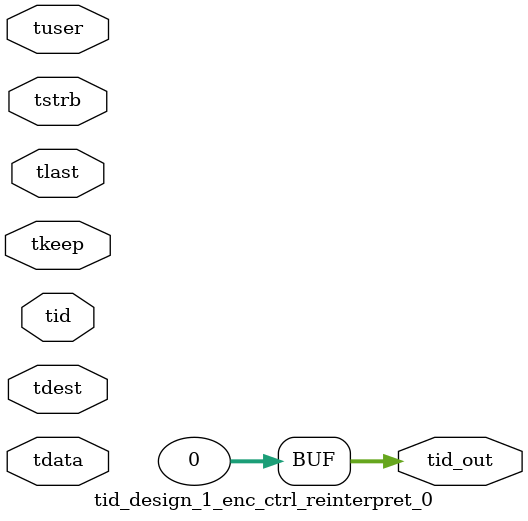
<source format=v>


`timescale 1ps/1ps

module tid_design_1_enc_ctrl_reinterpret_0 #
(
parameter C_S_AXIS_TID_WIDTH   = 1,
parameter C_S_AXIS_TUSER_WIDTH = 0,
parameter C_S_AXIS_TDATA_WIDTH = 0,
parameter C_S_AXIS_TDEST_WIDTH = 0,
parameter C_M_AXIS_TID_WIDTH   = 32
)
(
input  [(C_S_AXIS_TID_WIDTH   == 0 ? 1 : C_S_AXIS_TID_WIDTH)-1:0       ] tid,
input  [(C_S_AXIS_TDATA_WIDTH == 0 ? 1 : C_S_AXIS_TDATA_WIDTH)-1:0     ] tdata,
input  [(C_S_AXIS_TUSER_WIDTH == 0 ? 1 : C_S_AXIS_TUSER_WIDTH)-1:0     ] tuser,
input  [(C_S_AXIS_TDEST_WIDTH == 0 ? 1 : C_S_AXIS_TDEST_WIDTH)-1:0     ] tdest,
input  [(C_S_AXIS_TDATA_WIDTH/8)-1:0 ] tkeep,
input  [(C_S_AXIS_TDATA_WIDTH/8)-1:0 ] tstrb,
input                                                                    tlast,
output [(C_M_AXIS_TID_WIDTH   == 0 ? 1 : C_M_AXIS_TID_WIDTH)-1:0       ] tid_out
);

assign tid_out = {1'b0};

endmodule


</source>
